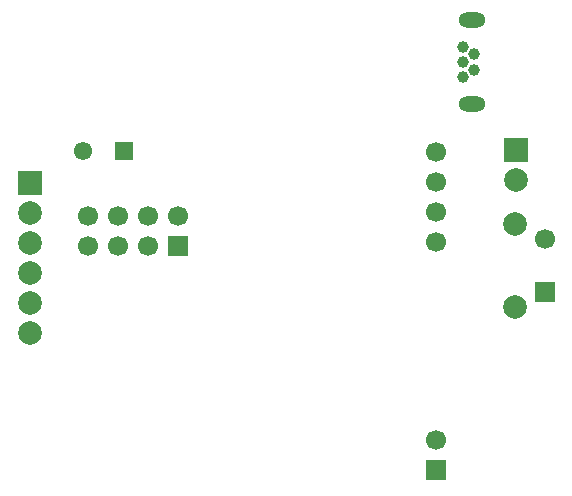
<source format=gbr>
*
G04 Job   : Z:\Rest\ESPto433\V2\PCB\V2.pcb*
G04 User  : DESKTOP-K7BKDL1:life*
G04 Layer : SoldermaskBottom.gbr*
G04 Date  : Mon Oct 04 20:14:53 2021*
%ICAS*%
%MOIN*%
%FSLAX26Y26*%
%OFA0.0000B0.0000*%
G90*
G74*
%AMVB_RECTANGLE*
21,1,$1,$2,0,0,$3*
%
%ADD16C,0.03937*%
%ADD13C,0.06102*%
%ADD15C,0.06693*%
%ADD10C,0.07874*%
%ADD17O,0.09055X0.05118*%
%ADD12VB_RECTANGLE,0.06102X0.06102X180.00000*%
%ADD14VB_RECTANGLE,0.06693X0.06693X90.00000*%
%ADD11VB_RECTANGLE,0.07874X0.07874X270.00000*%
G01*
G54D10*
X74870Y797216D03*
Y897216D03*
Y997216D03*
Y1097216D03*
Y1197216D03*
X1690945Y885826D03*
Y1161416D03*
X1692912Y1308267D03*
G54D11*
X74870Y1297216D03*
X1692912Y1408267D03*
G54D12*
X387795Y1405511D03*
G54D13*
X250000D03*
G54D14*
X566396Y1086716D03*
X1425590Y340945D03*
X1789370Y935038D03*
G54D15*
X266396Y1086716D03*
Y1186716D03*
X366396Y1086716D03*
Y1186716D03*
X466396Y1086716D03*
Y1186716D03*
X566396D03*
X1425590Y440945D03*
X1425658Y1099930D03*
Y1199930D03*
Y1299930D03*
Y1399930D03*
X1789370Y1112205D03*
G54D16*
X1515520Y1649785D03*
Y1700967D03*
Y1752148D03*
X1554951Y1675488D03*
Y1726670D03*
G54D17*
X1546358Y1560137D03*
Y1841633D03*
M02*

</source>
